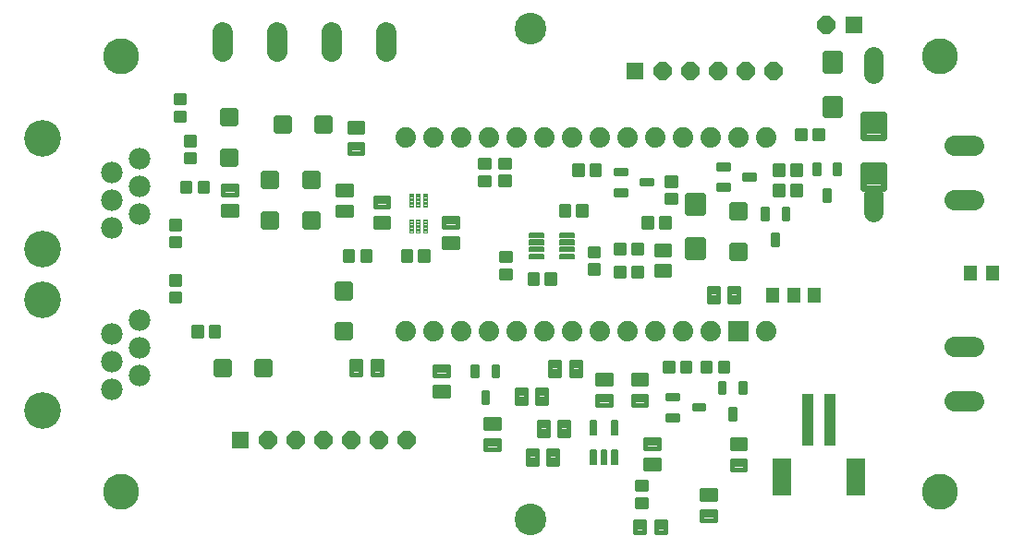
<source format=gts>
G75*
%MOIN*%
%OFA0B0*%
%FSLAX25Y25*%
%IPPOS*%
%LPD*%
%AMOC8*
5,1,8,0,0,1.08239X$1,22.5*
%
%ADD10C,0.12998*%
%ADD11C,0.07450*%
%ADD12C,0.02620*%
%ADD13C,0.11400*%
%ADD14C,0.01518*%
%ADD15C,0.02345*%
%ADD16C,0.01794*%
%ADD17C,0.07800*%
%ADD18C,0.13200*%
%ADD19C,0.00640*%
%ADD20C,0.07400*%
%ADD21R,0.07400X0.07400*%
%ADD22C,0.00947*%
%ADD23R,0.06400X0.06400*%
%ADD24OC8,0.06400*%
%ADD25C,0.00641*%
%ADD26R,0.04337X0.18510*%
%ADD27R,0.06699X0.13786*%
%ADD28R,0.05124X0.05518*%
%ADD29C,0.00450*%
%ADD30C,0.02462*%
%ADD31C,0.07000*%
D10*
X0061648Y0062772D03*
X0061648Y0220252D03*
X0356924Y0220252D03*
X0356924Y0062772D03*
D11*
X0362336Y0095646D02*
X0369386Y0095646D01*
X0369386Y0115331D02*
X0362336Y0115331D01*
X0362336Y0168283D02*
X0369386Y0168283D01*
X0369386Y0187969D02*
X0362336Y0187969D01*
X0157416Y0221924D02*
X0157416Y0228974D01*
X0137731Y0228974D02*
X0137731Y0221924D01*
X0118046Y0221924D02*
X0118046Y0228974D01*
X0098361Y0228974D02*
X0098361Y0221924D01*
D12*
X0266331Y0169575D02*
X0266331Y0163921D01*
X0266331Y0169575D02*
X0271197Y0169575D01*
X0271197Y0163921D01*
X0266331Y0163921D01*
X0266331Y0166540D02*
X0271197Y0166540D01*
X0271197Y0169159D02*
X0266331Y0169159D01*
X0266331Y0153433D02*
X0266331Y0147779D01*
X0266331Y0153433D02*
X0271197Y0153433D01*
X0271197Y0147779D01*
X0266331Y0147779D01*
X0266331Y0150398D02*
X0271197Y0150398D01*
X0271197Y0153017D02*
X0266331Y0153017D01*
X0320823Y0199013D02*
X0320823Y0204667D01*
X0320823Y0199013D02*
X0315957Y0199013D01*
X0315957Y0204667D01*
X0320823Y0204667D01*
X0320823Y0201632D02*
X0315957Y0201632D01*
X0315957Y0204251D02*
X0320823Y0204251D01*
X0320823Y0215155D02*
X0320823Y0220809D01*
X0320823Y0215155D02*
X0315957Y0215155D01*
X0315957Y0220809D01*
X0320823Y0220809D01*
X0320823Y0217774D02*
X0315957Y0217774D01*
X0315957Y0220393D02*
X0320823Y0220393D01*
D13*
X0209286Y0230094D03*
X0209286Y0052929D03*
D14*
X0247751Y0057480D02*
X0247751Y0060298D01*
X0250963Y0060298D01*
X0250963Y0057480D01*
X0247751Y0057480D01*
X0247751Y0058997D02*
X0250963Y0058997D01*
X0247751Y0063730D02*
X0247751Y0066548D01*
X0250963Y0066548D01*
X0250963Y0063730D01*
X0247751Y0063730D01*
X0247751Y0065247D02*
X0250963Y0065247D01*
X0257709Y0106422D02*
X0260527Y0106422D01*
X0257709Y0106422D02*
X0257709Y0109634D01*
X0260527Y0109634D01*
X0260527Y0106422D01*
X0260527Y0107939D02*
X0257709Y0107939D01*
X0257709Y0109456D02*
X0260527Y0109456D01*
X0263960Y0106422D02*
X0266778Y0106422D01*
X0263960Y0106422D02*
X0263960Y0109634D01*
X0266778Y0109634D01*
X0266778Y0106422D01*
X0266778Y0107939D02*
X0263960Y0107939D01*
X0263960Y0109456D02*
X0266778Y0109456D01*
X0271322Y0109663D02*
X0274140Y0109663D01*
X0274140Y0106451D01*
X0271322Y0106451D01*
X0271322Y0109663D01*
X0271322Y0107968D02*
X0274140Y0107968D01*
X0274140Y0109485D02*
X0271322Y0109485D01*
X0277572Y0109663D02*
X0280390Y0109663D01*
X0280390Y0106451D01*
X0277572Y0106451D01*
X0277572Y0109663D01*
X0277572Y0107968D02*
X0280390Y0107968D01*
X0280390Y0109485D02*
X0277572Y0109485D01*
X0249174Y0140693D02*
X0246356Y0140693D01*
X0246356Y0143905D01*
X0249174Y0143905D01*
X0249174Y0140693D01*
X0249174Y0142210D02*
X0246356Y0142210D01*
X0246356Y0143727D02*
X0249174Y0143727D01*
X0249174Y0149059D02*
X0246356Y0149059D01*
X0246356Y0152271D01*
X0249174Y0152271D01*
X0249174Y0149059D01*
X0249174Y0150576D02*
X0246356Y0150576D01*
X0246356Y0152093D02*
X0249174Y0152093D01*
X0242924Y0149059D02*
X0240106Y0149059D01*
X0240106Y0152271D01*
X0242924Y0152271D01*
X0242924Y0149059D01*
X0242924Y0150576D02*
X0240106Y0150576D01*
X0240106Y0152093D02*
X0242924Y0152093D01*
X0233810Y0150967D02*
X0233810Y0148149D01*
X0230598Y0148149D01*
X0230598Y0150967D01*
X0233810Y0150967D01*
X0233810Y0149666D02*
X0230598Y0149666D01*
X0233810Y0144717D02*
X0233810Y0141899D01*
X0230598Y0141899D01*
X0230598Y0144717D01*
X0233810Y0144717D01*
X0233810Y0143416D02*
X0230598Y0143416D01*
X0240106Y0140693D02*
X0242924Y0140693D01*
X0240106Y0140693D02*
X0240106Y0143905D01*
X0242924Y0143905D01*
X0242924Y0140693D01*
X0242924Y0142210D02*
X0240106Y0142210D01*
X0240106Y0143727D02*
X0242924Y0143727D01*
X0217954Y0141346D02*
X0215136Y0141346D01*
X0217954Y0141346D02*
X0217954Y0138134D01*
X0215136Y0138134D01*
X0215136Y0141346D01*
X0215136Y0139651D02*
X0217954Y0139651D01*
X0217954Y0141168D02*
X0215136Y0141168D01*
X0211703Y0141346D02*
X0208885Y0141346D01*
X0211703Y0141346D02*
X0211703Y0138134D01*
X0208885Y0138134D01*
X0208885Y0141346D01*
X0208885Y0139651D02*
X0211703Y0139651D01*
X0211703Y0141168D02*
X0208885Y0141168D01*
X0202034Y0140127D02*
X0202034Y0142945D01*
X0202034Y0140127D02*
X0198822Y0140127D01*
X0198822Y0142945D01*
X0202034Y0142945D01*
X0202034Y0141644D02*
X0198822Y0141644D01*
X0202034Y0146378D02*
X0202034Y0149196D01*
X0202034Y0146378D02*
X0198822Y0146378D01*
X0198822Y0149196D01*
X0202034Y0149196D01*
X0202034Y0147895D02*
X0198822Y0147895D01*
X0172260Y0146476D02*
X0169442Y0146476D01*
X0169442Y0149688D01*
X0172260Y0149688D01*
X0172260Y0146476D01*
X0172260Y0147993D02*
X0169442Y0147993D01*
X0169442Y0149510D02*
X0172260Y0149510D01*
X0166010Y0146476D02*
X0163192Y0146476D01*
X0163192Y0149688D01*
X0166010Y0149688D01*
X0166010Y0146476D01*
X0166010Y0147993D02*
X0163192Y0147993D01*
X0163192Y0149510D02*
X0166010Y0149510D01*
X0151345Y0149850D02*
X0148527Y0149850D01*
X0151345Y0149850D02*
X0151345Y0146638D01*
X0148527Y0146638D01*
X0148527Y0149850D01*
X0148527Y0148155D02*
X0151345Y0148155D01*
X0151345Y0149672D02*
X0148527Y0149672D01*
X0145094Y0149850D02*
X0142276Y0149850D01*
X0145094Y0149850D02*
X0145094Y0146638D01*
X0142276Y0146638D01*
X0142276Y0149850D01*
X0142276Y0148155D02*
X0145094Y0148155D01*
X0145094Y0149672D02*
X0142276Y0149672D01*
X0096792Y0119335D02*
X0093974Y0119335D01*
X0093974Y0122547D01*
X0096792Y0122547D01*
X0096792Y0119335D01*
X0096792Y0120852D02*
X0093974Y0120852D01*
X0093974Y0122369D02*
X0096792Y0122369D01*
X0090542Y0119335D02*
X0087724Y0119335D01*
X0087724Y0122547D01*
X0090542Y0122547D01*
X0090542Y0119335D01*
X0090542Y0120852D02*
X0087724Y0120852D01*
X0087724Y0122369D02*
X0090542Y0122369D01*
X0082836Y0131717D02*
X0082836Y0134535D01*
X0082836Y0131717D02*
X0079624Y0131717D01*
X0079624Y0134535D01*
X0082836Y0134535D01*
X0082836Y0133234D02*
X0079624Y0133234D01*
X0082836Y0137967D02*
X0082836Y0140785D01*
X0082836Y0137967D02*
X0079624Y0137967D01*
X0079624Y0140785D01*
X0082836Y0140785D01*
X0082836Y0139484D02*
X0079624Y0139484D01*
X0082742Y0151751D02*
X0082742Y0154569D01*
X0082742Y0151751D02*
X0079530Y0151751D01*
X0079530Y0154569D01*
X0082742Y0154569D01*
X0082742Y0153268D02*
X0079530Y0153268D01*
X0082742Y0158002D02*
X0082742Y0160820D01*
X0082742Y0158002D02*
X0079530Y0158002D01*
X0079530Y0160820D01*
X0082742Y0160820D01*
X0082742Y0159519D02*
X0079530Y0159519D01*
X0083590Y0171402D02*
X0086408Y0171402D01*
X0083590Y0171402D02*
X0083590Y0174614D01*
X0086408Y0174614D01*
X0086408Y0171402D01*
X0086408Y0172919D02*
X0083590Y0172919D01*
X0083590Y0174436D02*
X0086408Y0174436D01*
X0089841Y0171402D02*
X0092659Y0171402D01*
X0089841Y0171402D02*
X0089841Y0174614D01*
X0092659Y0174614D01*
X0092659Y0171402D01*
X0092659Y0172919D02*
X0089841Y0172919D01*
X0089841Y0174436D02*
X0092659Y0174436D01*
X0084880Y0182086D02*
X0084880Y0184904D01*
X0088092Y0184904D01*
X0088092Y0182086D01*
X0084880Y0182086D01*
X0084880Y0183603D02*
X0088092Y0183603D01*
X0084880Y0188336D02*
X0084880Y0191154D01*
X0088092Y0191154D01*
X0088092Y0188336D01*
X0084880Y0188336D01*
X0084880Y0189853D02*
X0088092Y0189853D01*
X0084401Y0197170D02*
X0084401Y0199988D01*
X0084401Y0197170D02*
X0081189Y0197170D01*
X0081189Y0199988D01*
X0084401Y0199988D01*
X0084401Y0198687D02*
X0081189Y0198687D01*
X0084401Y0203420D02*
X0084401Y0206238D01*
X0084401Y0203420D02*
X0081189Y0203420D01*
X0081189Y0206238D01*
X0084401Y0206238D01*
X0084401Y0204937D02*
X0081189Y0204937D01*
X0191021Y0182906D02*
X0191021Y0180088D01*
X0191021Y0182906D02*
X0194233Y0182906D01*
X0194233Y0180088D01*
X0191021Y0180088D01*
X0191021Y0181605D02*
X0194233Y0181605D01*
X0198369Y0183005D02*
X0198369Y0180187D01*
X0198369Y0183005D02*
X0201581Y0183005D01*
X0201581Y0180187D01*
X0198369Y0180187D01*
X0198369Y0181704D02*
X0201581Y0181704D01*
X0198369Y0176754D02*
X0198369Y0173936D01*
X0198369Y0176754D02*
X0201581Y0176754D01*
X0201581Y0173936D01*
X0198369Y0173936D01*
X0198369Y0175453D02*
X0201581Y0175453D01*
X0191021Y0176656D02*
X0191021Y0173838D01*
X0191021Y0176656D02*
X0194233Y0176656D01*
X0194233Y0173838D01*
X0191021Y0173838D01*
X0191021Y0175355D02*
X0194233Y0175355D01*
X0220204Y0162839D02*
X0223022Y0162839D01*
X0220204Y0162839D02*
X0220204Y0166051D01*
X0223022Y0166051D01*
X0223022Y0162839D01*
X0223022Y0164356D02*
X0220204Y0164356D01*
X0220204Y0165873D02*
X0223022Y0165873D01*
X0226455Y0162839D02*
X0229273Y0162839D01*
X0226455Y0162839D02*
X0226455Y0166051D01*
X0229273Y0166051D01*
X0229273Y0162839D01*
X0229273Y0164356D02*
X0226455Y0164356D01*
X0226455Y0165873D02*
X0229273Y0165873D01*
X0227870Y0177603D02*
X0225052Y0177603D01*
X0225052Y0180815D01*
X0227870Y0180815D01*
X0227870Y0177603D01*
X0227870Y0179120D02*
X0225052Y0179120D01*
X0225052Y0180637D02*
X0227870Y0180637D01*
X0231302Y0177603D02*
X0234120Y0177603D01*
X0231302Y0177603D02*
X0231302Y0180815D01*
X0234120Y0180815D01*
X0234120Y0177603D01*
X0234120Y0179120D02*
X0231302Y0179120D01*
X0231302Y0180637D02*
X0234120Y0180637D01*
X0258339Y0176474D02*
X0258339Y0173656D01*
X0258339Y0176474D02*
X0261551Y0176474D01*
X0261551Y0173656D01*
X0258339Y0173656D01*
X0258339Y0175173D02*
X0261551Y0175173D01*
X0258339Y0170224D02*
X0258339Y0167406D01*
X0258339Y0170224D02*
X0261551Y0170224D01*
X0261551Y0167406D01*
X0258339Y0167406D01*
X0258339Y0168923D02*
X0261551Y0168923D01*
X0259184Y0158666D02*
X0256366Y0158666D01*
X0256366Y0161878D01*
X0259184Y0161878D01*
X0259184Y0158666D01*
X0259184Y0160183D02*
X0256366Y0160183D01*
X0256366Y0161700D02*
X0259184Y0161700D01*
X0252934Y0158666D02*
X0250116Y0158666D01*
X0250116Y0161878D01*
X0252934Y0161878D01*
X0252934Y0158666D01*
X0252934Y0160183D02*
X0250116Y0160183D01*
X0250116Y0161700D02*
X0252934Y0161700D01*
X0297468Y0173475D02*
X0300286Y0173475D01*
X0300286Y0170263D01*
X0297468Y0170263D01*
X0297468Y0173475D01*
X0297468Y0171780D02*
X0300286Y0171780D01*
X0300286Y0173297D02*
X0297468Y0173297D01*
X0297468Y0180852D02*
X0300286Y0180852D01*
X0300286Y0177640D01*
X0297468Y0177640D01*
X0297468Y0180852D01*
X0297468Y0179157D02*
X0300286Y0179157D01*
X0300286Y0180674D02*
X0297468Y0180674D01*
X0303719Y0180852D02*
X0306537Y0180852D01*
X0306537Y0177640D01*
X0303719Y0177640D01*
X0303719Y0180852D01*
X0303719Y0179157D02*
X0306537Y0179157D01*
X0306537Y0180674D02*
X0303719Y0180674D01*
X0303719Y0173475D02*
X0306537Y0173475D01*
X0306537Y0170263D01*
X0303719Y0170263D01*
X0303719Y0173475D01*
X0303719Y0171780D02*
X0306537Y0171780D01*
X0306537Y0173297D02*
X0303719Y0173297D01*
X0305437Y0193668D02*
X0308255Y0193668D01*
X0308255Y0190456D01*
X0305437Y0190456D01*
X0305437Y0193668D01*
X0305437Y0191973D02*
X0308255Y0191973D01*
X0308255Y0193490D02*
X0305437Y0193490D01*
X0311687Y0193668D02*
X0314505Y0193668D01*
X0314505Y0190456D01*
X0311687Y0190456D01*
X0311687Y0193668D01*
X0311687Y0191973D02*
X0314505Y0191973D01*
X0314505Y0193490D02*
X0311687Y0193490D01*
D15*
X0282101Y0166569D02*
X0282101Y0162215D01*
X0282101Y0166569D02*
X0286455Y0166569D01*
X0286455Y0162215D01*
X0282101Y0162215D01*
X0282101Y0164559D02*
X0286455Y0164559D01*
X0282101Y0152002D02*
X0282101Y0147648D01*
X0282101Y0152002D02*
X0286455Y0152002D01*
X0286455Y0147648D01*
X0282101Y0147648D01*
X0282101Y0149992D02*
X0286455Y0149992D01*
X0139643Y0137685D02*
X0139643Y0133331D01*
X0139643Y0137685D02*
X0143997Y0137685D01*
X0143997Y0133331D01*
X0139643Y0133331D01*
X0139643Y0135675D02*
X0143997Y0135675D01*
X0139643Y0123118D02*
X0139643Y0118764D01*
X0139643Y0123118D02*
X0143997Y0123118D01*
X0143997Y0118764D01*
X0139643Y0118764D01*
X0139643Y0121108D02*
X0143997Y0121108D01*
X0115006Y0109865D02*
X0110652Y0109865D01*
X0115006Y0109865D02*
X0115006Y0105511D01*
X0110652Y0105511D01*
X0110652Y0109865D01*
X0110652Y0107855D02*
X0115006Y0107855D01*
X0100439Y0109865D02*
X0096085Y0109865D01*
X0100439Y0109865D02*
X0100439Y0105511D01*
X0096085Y0105511D01*
X0096085Y0109865D01*
X0096085Y0107855D02*
X0100439Y0107855D01*
X0113113Y0158921D02*
X0113113Y0163275D01*
X0117467Y0163275D01*
X0117467Y0158921D01*
X0113113Y0158921D01*
X0113113Y0161265D02*
X0117467Y0161265D01*
X0132231Y0163275D02*
X0132231Y0158921D01*
X0127877Y0158921D01*
X0127877Y0163275D01*
X0132231Y0163275D01*
X0132231Y0161265D02*
X0127877Y0161265D01*
X0132231Y0173488D02*
X0132231Y0177842D01*
X0132231Y0173488D02*
X0127877Y0173488D01*
X0127877Y0177842D01*
X0132231Y0177842D01*
X0132231Y0175832D02*
X0127877Y0175832D01*
X0113113Y0177842D02*
X0113113Y0173488D01*
X0113113Y0177842D02*
X0117467Y0177842D01*
X0117467Y0173488D01*
X0113113Y0173488D01*
X0113113Y0175832D02*
X0117467Y0175832D01*
X0102605Y0181461D02*
X0102605Y0185815D01*
X0102605Y0181461D02*
X0098251Y0181461D01*
X0098251Y0185815D01*
X0102605Y0185815D01*
X0102605Y0183805D02*
X0098251Y0183805D01*
X0102605Y0196028D02*
X0102605Y0200382D01*
X0102605Y0196028D02*
X0098251Y0196028D01*
X0098251Y0200382D01*
X0102605Y0200382D01*
X0102605Y0198372D02*
X0098251Y0198372D01*
X0117640Y0197823D02*
X0121994Y0197823D01*
X0121994Y0193469D01*
X0117640Y0193469D01*
X0117640Y0197823D01*
X0117640Y0195813D02*
X0121994Y0195813D01*
X0132207Y0197823D02*
X0136561Y0197823D01*
X0136561Y0193469D01*
X0132207Y0193469D01*
X0132207Y0197823D01*
X0132207Y0195813D02*
X0136561Y0195813D01*
D16*
X0148746Y0196061D02*
X0148746Y0192731D01*
X0143842Y0192731D01*
X0143842Y0196061D01*
X0148746Y0196061D01*
X0148746Y0194524D02*
X0143842Y0194524D01*
X0148746Y0188580D02*
X0148746Y0185250D01*
X0143842Y0185250D01*
X0143842Y0188580D01*
X0148746Y0188580D01*
X0148746Y0187043D02*
X0143842Y0187043D01*
X0139708Y0173492D02*
X0139708Y0170162D01*
X0139708Y0173492D02*
X0144612Y0173492D01*
X0144612Y0170162D01*
X0139708Y0170162D01*
X0139708Y0171955D02*
X0144612Y0171955D01*
X0139708Y0166011D02*
X0139708Y0162681D01*
X0139708Y0166011D02*
X0144612Y0166011D01*
X0144612Y0162681D01*
X0139708Y0162681D01*
X0139708Y0164474D02*
X0144612Y0164474D01*
X0153182Y0165927D02*
X0153182Y0169257D01*
X0158086Y0169257D01*
X0158086Y0165927D01*
X0153182Y0165927D01*
X0153182Y0167720D02*
X0158086Y0167720D01*
X0153182Y0161777D02*
X0153182Y0158447D01*
X0153182Y0161777D02*
X0158086Y0161777D01*
X0158086Y0158447D01*
X0153182Y0158447D01*
X0153182Y0160240D02*
X0158086Y0160240D01*
X0178167Y0158644D02*
X0178167Y0161974D01*
X0183071Y0161974D01*
X0183071Y0158644D01*
X0178167Y0158644D01*
X0178167Y0160437D02*
X0183071Y0160437D01*
X0178167Y0154493D02*
X0178167Y0151163D01*
X0178167Y0154493D02*
X0183071Y0154493D01*
X0183071Y0151163D01*
X0178167Y0151163D01*
X0178167Y0152956D02*
X0183071Y0152956D01*
X0259425Y0151838D02*
X0259425Y0148508D01*
X0254521Y0148508D01*
X0254521Y0151838D01*
X0259425Y0151838D01*
X0259425Y0150301D02*
X0254521Y0150301D01*
X0259425Y0144358D02*
X0259425Y0141028D01*
X0254521Y0141028D01*
X0254521Y0144358D01*
X0259425Y0144358D01*
X0259425Y0142821D02*
X0254521Y0142821D01*
X0273571Y0131461D02*
X0276901Y0131461D01*
X0273571Y0131461D02*
X0273571Y0136365D01*
X0276901Y0136365D01*
X0276901Y0131461D01*
X0276901Y0133254D02*
X0273571Y0133254D01*
X0273571Y0135047D02*
X0276901Y0135047D01*
X0281051Y0131461D02*
X0284381Y0131461D01*
X0281051Y0131461D02*
X0281051Y0136365D01*
X0284381Y0136365D01*
X0284381Y0131461D01*
X0284381Y0133254D02*
X0281051Y0133254D01*
X0281051Y0135047D02*
X0284381Y0135047D01*
X0251108Y0105086D02*
X0251108Y0101756D01*
X0246204Y0101756D01*
X0246204Y0105086D01*
X0251108Y0105086D01*
X0251108Y0103549D02*
X0246204Y0103549D01*
X0238313Y0105086D02*
X0238313Y0101756D01*
X0233409Y0101756D01*
X0233409Y0105086D01*
X0238313Y0105086D01*
X0238313Y0103549D02*
X0233409Y0103549D01*
X0227191Y0109687D02*
X0223861Y0109687D01*
X0227191Y0109687D02*
X0227191Y0104783D01*
X0223861Y0104783D01*
X0223861Y0109687D01*
X0223861Y0106576D02*
X0227191Y0106576D01*
X0227191Y0108369D02*
X0223861Y0108369D01*
X0219711Y0109687D02*
X0216381Y0109687D01*
X0219711Y0109687D02*
X0219711Y0104783D01*
X0216381Y0104783D01*
X0216381Y0109687D01*
X0216381Y0106576D02*
X0219711Y0106576D01*
X0219711Y0108369D02*
X0216381Y0108369D01*
X0215026Y0094837D02*
X0211696Y0094837D01*
X0211696Y0099741D01*
X0215026Y0099741D01*
X0215026Y0094837D01*
X0215026Y0096630D02*
X0211696Y0096630D01*
X0211696Y0098423D02*
X0215026Y0098423D01*
X0207545Y0094837D02*
X0204215Y0094837D01*
X0204215Y0099741D01*
X0207545Y0099741D01*
X0207545Y0094837D01*
X0207545Y0096630D02*
X0204215Y0096630D01*
X0204215Y0098423D02*
X0207545Y0098423D01*
X0198032Y0089117D02*
X0198032Y0085787D01*
X0193128Y0085787D01*
X0193128Y0089117D01*
X0198032Y0089117D01*
X0198032Y0087580D02*
X0193128Y0087580D01*
X0198032Y0081636D02*
X0198032Y0078306D01*
X0193128Y0078306D01*
X0193128Y0081636D01*
X0198032Y0081636D01*
X0198032Y0080099D02*
X0193128Y0080099D01*
X0208310Y0077724D02*
X0211640Y0077724D01*
X0211640Y0072820D01*
X0208310Y0072820D01*
X0208310Y0077724D01*
X0208310Y0074613D02*
X0211640Y0074613D01*
X0211640Y0076406D02*
X0208310Y0076406D01*
X0215790Y0077724D02*
X0219120Y0077724D01*
X0219120Y0072820D01*
X0215790Y0072820D01*
X0215790Y0077724D01*
X0215790Y0074613D02*
X0219120Y0074613D01*
X0219120Y0076406D02*
X0215790Y0076406D01*
X0215577Y0083174D02*
X0212247Y0083174D01*
X0212247Y0088078D01*
X0215577Y0088078D01*
X0215577Y0083174D01*
X0215577Y0084967D02*
X0212247Y0084967D01*
X0212247Y0086760D02*
X0215577Y0086760D01*
X0219727Y0083174D02*
X0223057Y0083174D01*
X0219727Y0083174D02*
X0219727Y0088078D01*
X0223057Y0088078D01*
X0223057Y0083174D01*
X0223057Y0084967D02*
X0219727Y0084967D01*
X0219727Y0086760D02*
X0223057Y0086760D01*
X0238313Y0094276D02*
X0238313Y0097606D01*
X0238313Y0094276D02*
X0233409Y0094276D01*
X0233409Y0097606D01*
X0238313Y0097606D01*
X0238313Y0096069D02*
X0233409Y0096069D01*
X0251108Y0097606D02*
X0251108Y0094276D01*
X0246204Y0094276D01*
X0246204Y0097606D01*
X0251108Y0097606D01*
X0251108Y0096069D02*
X0246204Y0096069D01*
X0255537Y0081956D02*
X0255537Y0078626D01*
X0250633Y0078626D01*
X0250633Y0081956D01*
X0255537Y0081956D01*
X0255537Y0080419D02*
X0250633Y0080419D01*
X0255537Y0074476D02*
X0255537Y0071146D01*
X0250633Y0071146D01*
X0250633Y0074476D01*
X0255537Y0074476D01*
X0255537Y0072939D02*
X0250633Y0072939D01*
X0275975Y0063443D02*
X0275975Y0060113D01*
X0271071Y0060113D01*
X0271071Y0063443D01*
X0275975Y0063443D01*
X0275975Y0061906D02*
X0271071Y0061906D01*
X0275975Y0055962D02*
X0275975Y0052632D01*
X0271071Y0052632D01*
X0271071Y0055962D01*
X0275975Y0055962D01*
X0275975Y0054425D02*
X0271071Y0054425D01*
X0257961Y0052028D02*
X0254631Y0052028D01*
X0257961Y0052028D02*
X0257961Y0048304D01*
X0254631Y0048304D01*
X0254631Y0052028D01*
X0254631Y0050097D02*
X0257961Y0050097D01*
X0257961Y0051890D02*
X0254631Y0051890D01*
X0250461Y0052028D02*
X0247131Y0052028D01*
X0250461Y0052028D02*
X0250461Y0048304D01*
X0247131Y0048304D01*
X0247131Y0052028D01*
X0247131Y0050097D02*
X0250461Y0050097D01*
X0250461Y0051890D02*
X0247131Y0051890D01*
X0281932Y0070949D02*
X0281932Y0074279D01*
X0286836Y0074279D01*
X0286836Y0070949D01*
X0281932Y0070949D01*
X0281932Y0072742D02*
X0286836Y0072742D01*
X0281932Y0078429D02*
X0281932Y0081759D01*
X0286836Y0081759D01*
X0286836Y0078429D01*
X0281932Y0078429D01*
X0281932Y0080222D02*
X0286836Y0080222D01*
X0174811Y0097421D02*
X0174811Y0100751D01*
X0179715Y0100751D01*
X0179715Y0097421D01*
X0174811Y0097421D01*
X0174811Y0099214D02*
X0179715Y0099214D01*
X0174811Y0104901D02*
X0174811Y0108231D01*
X0179715Y0108231D01*
X0179715Y0104901D01*
X0174811Y0104901D01*
X0174811Y0106694D02*
X0179715Y0106694D01*
X0155636Y0105334D02*
X0152306Y0105334D01*
X0152306Y0110238D01*
X0155636Y0110238D01*
X0155636Y0105334D01*
X0155636Y0107127D02*
X0152306Y0107127D01*
X0152306Y0108920D02*
X0155636Y0108920D01*
X0148156Y0105334D02*
X0144826Y0105334D01*
X0144826Y0110238D01*
X0148156Y0110238D01*
X0148156Y0105334D01*
X0148156Y0107127D02*
X0144826Y0107127D01*
X0144826Y0108920D02*
X0148156Y0108920D01*
X0098271Y0162780D02*
X0098271Y0166110D01*
X0103175Y0166110D01*
X0103175Y0162780D01*
X0098271Y0162780D01*
X0098271Y0164573D02*
X0103175Y0164573D01*
X0098271Y0170260D02*
X0098271Y0173590D01*
X0103175Y0173590D01*
X0103175Y0170260D01*
X0098271Y0170260D01*
X0098271Y0172053D02*
X0103175Y0172053D01*
D17*
X0068400Y0173047D03*
X0058400Y0168047D03*
X0068400Y0163047D03*
X0058400Y0158047D03*
X0058400Y0178047D03*
X0068400Y0183047D03*
X0068400Y0124780D03*
X0058400Y0119780D03*
X0068400Y0114780D03*
X0058400Y0109780D03*
X0068400Y0104780D03*
X0058400Y0099780D03*
D18*
X0033400Y0092280D03*
X0033400Y0132280D03*
X0033400Y0150547D03*
X0033400Y0190547D03*
D19*
X0209012Y0156333D02*
X0213890Y0156333D01*
X0213890Y0154841D01*
X0209012Y0154841D01*
X0209012Y0156333D01*
X0209012Y0155480D02*
X0213890Y0155480D01*
X0213890Y0156119D02*
X0209012Y0156119D01*
X0209012Y0153774D02*
X0213890Y0153774D01*
X0213890Y0152282D01*
X0209012Y0152282D01*
X0209012Y0153774D01*
X0209012Y0152921D02*
X0213890Y0152921D01*
X0213890Y0153560D02*
X0209012Y0153560D01*
X0209012Y0151215D02*
X0213890Y0151215D01*
X0213890Y0149723D01*
X0209012Y0149723D01*
X0209012Y0151215D01*
X0209012Y0150362D02*
X0213890Y0150362D01*
X0213890Y0151001D02*
X0209012Y0151001D01*
X0209012Y0148655D02*
X0213890Y0148655D01*
X0213890Y0147163D01*
X0209012Y0147163D01*
X0209012Y0148655D01*
X0209012Y0147802D02*
X0213890Y0147802D01*
X0213890Y0148441D02*
X0209012Y0148441D01*
X0220036Y0148655D02*
X0224914Y0148655D01*
X0224914Y0147163D01*
X0220036Y0147163D01*
X0220036Y0148655D01*
X0220036Y0147802D02*
X0224914Y0147802D01*
X0224914Y0148441D02*
X0220036Y0148441D01*
X0220036Y0151215D02*
X0224914Y0151215D01*
X0224914Y0149723D01*
X0220036Y0149723D01*
X0220036Y0151215D01*
X0220036Y0150362D02*
X0224914Y0150362D01*
X0224914Y0151001D02*
X0220036Y0151001D01*
X0220036Y0153774D02*
X0224914Y0153774D01*
X0224914Y0152282D01*
X0220036Y0152282D01*
X0220036Y0153774D01*
X0220036Y0152921D02*
X0224914Y0152921D01*
X0224914Y0153560D02*
X0220036Y0153560D01*
X0220036Y0156333D02*
X0224914Y0156333D01*
X0224914Y0154841D01*
X0220036Y0154841D01*
X0220036Y0156333D01*
X0220036Y0155480D02*
X0224914Y0155480D01*
X0224914Y0156119D02*
X0220036Y0156119D01*
D20*
X0224424Y0190921D03*
X0234424Y0190921D03*
X0244424Y0190921D03*
X0254424Y0190921D03*
X0264424Y0190921D03*
X0274424Y0190921D03*
X0284424Y0190921D03*
X0294424Y0190921D03*
X0214424Y0190921D03*
X0204424Y0190921D03*
X0194424Y0190921D03*
X0184424Y0190921D03*
X0174424Y0190921D03*
X0164424Y0190921D03*
X0164424Y0120921D03*
X0174424Y0120921D03*
X0184424Y0120921D03*
X0194424Y0120921D03*
X0204424Y0120921D03*
X0214424Y0120921D03*
X0224424Y0120921D03*
X0234424Y0120921D03*
X0244424Y0120921D03*
X0254424Y0120921D03*
X0264424Y0120921D03*
X0274424Y0120921D03*
X0294424Y0120921D03*
D21*
X0284424Y0120921D03*
D22*
X0284758Y0102558D02*
X0286968Y0102558D01*
X0286968Y0098380D01*
X0284758Y0098380D01*
X0284758Y0102558D01*
X0284758Y0099326D02*
X0286968Y0099326D01*
X0286968Y0100272D02*
X0284758Y0100272D01*
X0284758Y0101218D02*
X0286968Y0101218D01*
X0286968Y0102164D02*
X0284758Y0102164D01*
X0279488Y0102558D02*
X0277278Y0102558D01*
X0279488Y0102558D02*
X0279488Y0098380D01*
X0277278Y0098380D01*
X0277278Y0102558D01*
X0277278Y0099326D02*
X0279488Y0099326D01*
X0279488Y0100272D02*
X0277278Y0100272D01*
X0277278Y0101218D02*
X0279488Y0101218D01*
X0279488Y0102164D02*
X0277278Y0102164D01*
X0267898Y0094580D02*
X0267898Y0092370D01*
X0267898Y0094580D02*
X0272076Y0094580D01*
X0272076Y0092370D01*
X0267898Y0092370D01*
X0267898Y0093316D02*
X0272076Y0093316D01*
X0272076Y0094262D02*
X0267898Y0094262D01*
X0258449Y0096111D02*
X0258449Y0098321D01*
X0262627Y0098321D01*
X0262627Y0096111D01*
X0258449Y0096111D01*
X0258449Y0097057D02*
X0262627Y0097057D01*
X0262627Y0098003D02*
X0258449Y0098003D01*
X0258449Y0090840D02*
X0258449Y0088630D01*
X0258449Y0090840D02*
X0262627Y0090840D01*
X0262627Y0088630D01*
X0258449Y0088630D01*
X0258449Y0089576D02*
X0262627Y0089576D01*
X0262627Y0090522D02*
X0258449Y0090522D01*
X0281018Y0093109D02*
X0283228Y0093109D01*
X0283228Y0088931D01*
X0281018Y0088931D01*
X0281018Y0093109D01*
X0281018Y0089877D02*
X0283228Y0089877D01*
X0283228Y0090823D02*
X0281018Y0090823D01*
X0281018Y0091769D02*
X0283228Y0091769D01*
X0283228Y0092715D02*
X0281018Y0092715D01*
X0197832Y0108596D02*
X0195622Y0108596D01*
X0197832Y0108596D02*
X0197832Y0104418D01*
X0195622Y0104418D01*
X0195622Y0108596D01*
X0195622Y0105364D02*
X0197832Y0105364D01*
X0197832Y0106310D02*
X0195622Y0106310D01*
X0195622Y0107256D02*
X0197832Y0107256D01*
X0197832Y0108202D02*
X0195622Y0108202D01*
X0190351Y0108596D02*
X0188141Y0108596D01*
X0190351Y0108596D02*
X0190351Y0104418D01*
X0188141Y0104418D01*
X0188141Y0108596D01*
X0188141Y0105364D02*
X0190351Y0105364D01*
X0190351Y0106310D02*
X0188141Y0106310D01*
X0188141Y0107256D02*
X0190351Y0107256D01*
X0190351Y0108202D02*
X0188141Y0108202D01*
X0191882Y0099147D02*
X0194092Y0099147D01*
X0194092Y0094969D01*
X0191882Y0094969D01*
X0191882Y0099147D01*
X0191882Y0095915D02*
X0194092Y0095915D01*
X0194092Y0096861D02*
X0191882Y0096861D01*
X0191882Y0097807D02*
X0194092Y0097807D01*
X0194092Y0098753D02*
X0191882Y0098753D01*
X0296482Y0156022D02*
X0298692Y0156022D01*
X0298692Y0151844D01*
X0296482Y0151844D01*
X0296482Y0156022D01*
X0296482Y0152790D02*
X0298692Y0152790D01*
X0298692Y0153736D02*
X0296482Y0153736D01*
X0296482Y0154682D02*
X0298692Y0154682D01*
X0298692Y0155628D02*
X0296482Y0155628D01*
X0294952Y0165471D02*
X0292742Y0165471D01*
X0294952Y0165471D02*
X0294952Y0161293D01*
X0292742Y0161293D01*
X0292742Y0165471D01*
X0292742Y0162239D02*
X0294952Y0162239D01*
X0294952Y0163185D02*
X0292742Y0163185D01*
X0292742Y0164131D02*
X0294952Y0164131D01*
X0294952Y0165077D02*
X0292742Y0165077D01*
X0300222Y0165471D02*
X0302432Y0165471D01*
X0302432Y0161293D01*
X0300222Y0161293D01*
X0300222Y0165471D01*
X0300222Y0162239D02*
X0302432Y0162239D01*
X0302432Y0163185D02*
X0300222Y0163185D01*
X0300222Y0164131D02*
X0302432Y0164131D01*
X0302432Y0165077D02*
X0300222Y0165077D01*
X0286141Y0175604D02*
X0286141Y0177814D01*
X0290319Y0177814D01*
X0290319Y0175604D01*
X0286141Y0175604D01*
X0286141Y0176550D02*
X0290319Y0176550D01*
X0290319Y0177496D02*
X0286141Y0177496D01*
X0276692Y0179344D02*
X0276692Y0181554D01*
X0280870Y0181554D01*
X0280870Y0179344D01*
X0276692Y0179344D01*
X0276692Y0180290D02*
X0280870Y0180290D01*
X0280870Y0181236D02*
X0276692Y0181236D01*
X0276692Y0174074D02*
X0276692Y0171864D01*
X0276692Y0174074D02*
X0280870Y0174074D01*
X0280870Y0171864D01*
X0276692Y0171864D01*
X0276692Y0172810D02*
X0280870Y0172810D01*
X0280870Y0173756D02*
X0276692Y0173756D01*
X0249133Y0173702D02*
X0249133Y0175912D01*
X0253311Y0175912D01*
X0253311Y0173702D01*
X0249133Y0173702D01*
X0249133Y0174648D02*
X0253311Y0174648D01*
X0253311Y0175594D02*
X0249133Y0175594D01*
X0239685Y0177442D02*
X0239685Y0179652D01*
X0243863Y0179652D01*
X0243863Y0177442D01*
X0239685Y0177442D01*
X0239685Y0178388D02*
X0243863Y0178388D01*
X0243863Y0179334D02*
X0239685Y0179334D01*
X0239685Y0172171D02*
X0239685Y0169961D01*
X0239685Y0172171D02*
X0243863Y0172171D01*
X0243863Y0169961D01*
X0239685Y0169961D01*
X0239685Y0170907D02*
X0243863Y0170907D01*
X0243863Y0171853D02*
X0239685Y0171853D01*
X0311340Y0181620D02*
X0313550Y0181620D01*
X0313550Y0177442D01*
X0311340Y0177442D01*
X0311340Y0181620D01*
X0311340Y0178388D02*
X0313550Y0178388D01*
X0313550Y0179334D02*
X0311340Y0179334D01*
X0311340Y0180280D02*
X0313550Y0180280D01*
X0313550Y0181226D02*
X0311340Y0181226D01*
X0318821Y0181620D02*
X0321031Y0181620D01*
X0321031Y0177442D01*
X0318821Y0177442D01*
X0318821Y0181620D01*
X0318821Y0178388D02*
X0321031Y0178388D01*
X0321031Y0179334D02*
X0318821Y0179334D01*
X0318821Y0180280D02*
X0321031Y0180280D01*
X0321031Y0181226D02*
X0318821Y0181226D01*
X0317290Y0172171D02*
X0315080Y0172171D01*
X0317290Y0172171D02*
X0317290Y0167993D01*
X0315080Y0167993D01*
X0315080Y0172171D01*
X0315080Y0168939D02*
X0317290Y0168939D01*
X0317290Y0169885D02*
X0315080Y0169885D01*
X0315080Y0170831D02*
X0317290Y0170831D01*
X0317290Y0171777D02*
X0315080Y0171777D01*
D23*
X0246933Y0214740D03*
X0326017Y0231576D03*
X0104527Y0081364D03*
D24*
X0114527Y0081364D03*
X0124527Y0081364D03*
X0134527Y0081364D03*
X0144527Y0081364D03*
X0154527Y0081364D03*
X0164527Y0081364D03*
X0256933Y0214740D03*
X0266933Y0214740D03*
X0276933Y0214740D03*
X0286933Y0214740D03*
X0296933Y0214740D03*
X0316017Y0231576D03*
D25*
X0240563Y0083561D02*
X0238639Y0083561D01*
X0238639Y0088439D01*
X0240563Y0088439D01*
X0240563Y0083561D01*
X0240563Y0084201D02*
X0238639Y0084201D01*
X0238639Y0084841D02*
X0240563Y0084841D01*
X0240563Y0085481D02*
X0238639Y0085481D01*
X0238639Y0086121D02*
X0240563Y0086121D01*
X0240563Y0086761D02*
X0238639Y0086761D01*
X0238639Y0087401D02*
X0240563Y0087401D01*
X0240563Y0088041D02*
X0238639Y0088041D01*
X0233082Y0083561D02*
X0231158Y0083561D01*
X0231158Y0088439D01*
X0233082Y0088439D01*
X0233082Y0083561D01*
X0233082Y0084201D02*
X0231158Y0084201D01*
X0231158Y0084841D02*
X0233082Y0084841D01*
X0233082Y0085481D02*
X0231158Y0085481D01*
X0231158Y0086121D02*
X0233082Y0086121D01*
X0233082Y0086761D02*
X0231158Y0086761D01*
X0231158Y0087401D02*
X0233082Y0087401D01*
X0233082Y0088041D02*
X0231158Y0088041D01*
X0231158Y0072931D02*
X0233082Y0072931D01*
X0231158Y0072931D02*
X0231158Y0077809D01*
X0233082Y0077809D01*
X0233082Y0072931D01*
X0233082Y0073571D02*
X0231158Y0073571D01*
X0231158Y0074211D02*
X0233082Y0074211D01*
X0233082Y0074851D02*
X0231158Y0074851D01*
X0231158Y0075491D02*
X0233082Y0075491D01*
X0233082Y0076131D02*
X0231158Y0076131D01*
X0231158Y0076771D02*
X0233082Y0076771D01*
X0233082Y0077411D02*
X0231158Y0077411D01*
X0234899Y0072931D02*
X0236823Y0072931D01*
X0234899Y0072931D02*
X0234899Y0077809D01*
X0236823Y0077809D01*
X0236823Y0072931D01*
X0236823Y0073571D02*
X0234899Y0073571D01*
X0234899Y0074211D02*
X0236823Y0074211D01*
X0236823Y0074851D02*
X0234899Y0074851D01*
X0234899Y0075491D02*
X0236823Y0075491D01*
X0236823Y0076131D02*
X0234899Y0076131D01*
X0234899Y0076771D02*
X0236823Y0076771D01*
X0236823Y0077411D02*
X0234899Y0077411D01*
X0238639Y0072931D02*
X0240563Y0072931D01*
X0238639Y0072931D02*
X0238639Y0077809D01*
X0240563Y0077809D01*
X0240563Y0072931D01*
X0240563Y0073571D02*
X0238639Y0073571D01*
X0238639Y0074211D02*
X0240563Y0074211D01*
X0240563Y0074851D02*
X0238639Y0074851D01*
X0238639Y0075491D02*
X0240563Y0075491D01*
X0240563Y0076131D02*
X0238639Y0076131D01*
X0238639Y0076771D02*
X0240563Y0076771D01*
X0240563Y0077411D02*
X0238639Y0077411D01*
D26*
X0309384Y0088756D03*
X0317258Y0088756D03*
D27*
X0326707Y0068283D03*
X0299935Y0068283D03*
D28*
X0296810Y0133869D03*
X0304310Y0133869D03*
X0311810Y0133869D03*
X0367983Y0141709D03*
X0375983Y0141709D03*
D29*
X0170709Y0156640D02*
X0170709Y0161190D01*
X0172059Y0161190D01*
X0172059Y0156640D01*
X0170709Y0156640D01*
X0170709Y0157089D02*
X0172059Y0157089D01*
X0172059Y0157538D02*
X0170709Y0157538D01*
X0170709Y0157987D02*
X0172059Y0157987D01*
X0172059Y0158436D02*
X0170709Y0158436D01*
X0170709Y0158885D02*
X0172059Y0158885D01*
X0172059Y0159334D02*
X0170709Y0159334D01*
X0170709Y0159783D02*
X0172059Y0159783D01*
X0172059Y0160232D02*
X0170709Y0160232D01*
X0170709Y0160681D02*
X0172059Y0160681D01*
X0172059Y0161130D02*
X0170709Y0161130D01*
X0168109Y0161190D02*
X0168109Y0156640D01*
X0168109Y0161190D02*
X0169459Y0161190D01*
X0169459Y0156640D01*
X0168109Y0156640D01*
X0168109Y0157089D02*
X0169459Y0157089D01*
X0169459Y0157538D02*
X0168109Y0157538D01*
X0168109Y0157987D02*
X0169459Y0157987D01*
X0169459Y0158436D02*
X0168109Y0158436D01*
X0168109Y0158885D02*
X0169459Y0158885D01*
X0169459Y0159334D02*
X0168109Y0159334D01*
X0168109Y0159783D02*
X0169459Y0159783D01*
X0169459Y0160232D02*
X0168109Y0160232D01*
X0168109Y0160681D02*
X0169459Y0160681D01*
X0169459Y0161130D02*
X0168109Y0161130D01*
X0165509Y0161190D02*
X0165509Y0156640D01*
X0165509Y0161190D02*
X0166859Y0161190D01*
X0166859Y0156640D01*
X0165509Y0156640D01*
X0165509Y0157089D02*
X0166859Y0157089D01*
X0166859Y0157538D02*
X0165509Y0157538D01*
X0165509Y0157987D02*
X0166859Y0157987D01*
X0166859Y0158436D02*
X0165509Y0158436D01*
X0165509Y0158885D02*
X0166859Y0158885D01*
X0166859Y0159334D02*
X0165509Y0159334D01*
X0165509Y0159783D02*
X0166859Y0159783D01*
X0166859Y0160232D02*
X0165509Y0160232D01*
X0165509Y0160681D02*
X0166859Y0160681D01*
X0166859Y0161130D02*
X0165509Y0161130D01*
X0165509Y0165840D02*
X0165509Y0170390D01*
X0166859Y0170390D01*
X0166859Y0165840D01*
X0165509Y0165840D01*
X0165509Y0166289D02*
X0166859Y0166289D01*
X0166859Y0166738D02*
X0165509Y0166738D01*
X0165509Y0167187D02*
X0166859Y0167187D01*
X0166859Y0167636D02*
X0165509Y0167636D01*
X0165509Y0168085D02*
X0166859Y0168085D01*
X0166859Y0168534D02*
X0165509Y0168534D01*
X0165509Y0168983D02*
X0166859Y0168983D01*
X0166859Y0169432D02*
X0165509Y0169432D01*
X0165509Y0169881D02*
X0166859Y0169881D01*
X0166859Y0170330D02*
X0165509Y0170330D01*
X0168109Y0170390D02*
X0168109Y0165840D01*
X0168109Y0170390D02*
X0169459Y0170390D01*
X0169459Y0165840D01*
X0168109Y0165840D01*
X0168109Y0166289D02*
X0169459Y0166289D01*
X0169459Y0166738D02*
X0168109Y0166738D01*
X0168109Y0167187D02*
X0169459Y0167187D01*
X0169459Y0167636D02*
X0168109Y0167636D01*
X0168109Y0168085D02*
X0169459Y0168085D01*
X0169459Y0168534D02*
X0168109Y0168534D01*
X0168109Y0168983D02*
X0169459Y0168983D01*
X0169459Y0169432D02*
X0168109Y0169432D01*
X0168109Y0169881D02*
X0169459Y0169881D01*
X0169459Y0170330D02*
X0168109Y0170330D01*
X0170709Y0170390D02*
X0170709Y0165840D01*
X0170709Y0170390D02*
X0172059Y0170390D01*
X0172059Y0165840D01*
X0170709Y0165840D01*
X0170709Y0166289D02*
X0172059Y0166289D01*
X0172059Y0166738D02*
X0170709Y0166738D01*
X0170709Y0167187D02*
X0172059Y0167187D01*
X0172059Y0167636D02*
X0170709Y0167636D01*
X0170709Y0168085D02*
X0172059Y0168085D01*
X0172059Y0168534D02*
X0170709Y0168534D01*
X0170709Y0168983D02*
X0172059Y0168983D01*
X0172059Y0169432D02*
X0170709Y0169432D01*
X0170709Y0169881D02*
X0172059Y0169881D01*
X0172059Y0170330D02*
X0170709Y0170330D01*
D30*
X0336752Y0172624D02*
X0336752Y0180798D01*
X0336752Y0172624D02*
X0329366Y0172624D01*
X0329366Y0180798D01*
X0336752Y0180798D01*
X0336752Y0175085D02*
X0329366Y0175085D01*
X0329366Y0177546D02*
X0336752Y0177546D01*
X0336752Y0180007D02*
X0329366Y0180007D01*
X0336752Y0190912D02*
X0336752Y0199086D01*
X0336752Y0190912D02*
X0329366Y0190912D01*
X0329366Y0199086D01*
X0336752Y0199086D01*
X0336752Y0193373D02*
X0329366Y0193373D01*
X0329366Y0195834D02*
X0336752Y0195834D01*
X0336752Y0198295D02*
X0329366Y0198295D01*
D31*
X0332995Y0213736D02*
X0332995Y0220336D01*
X0332995Y0170336D02*
X0332995Y0163736D01*
M02*

</source>
